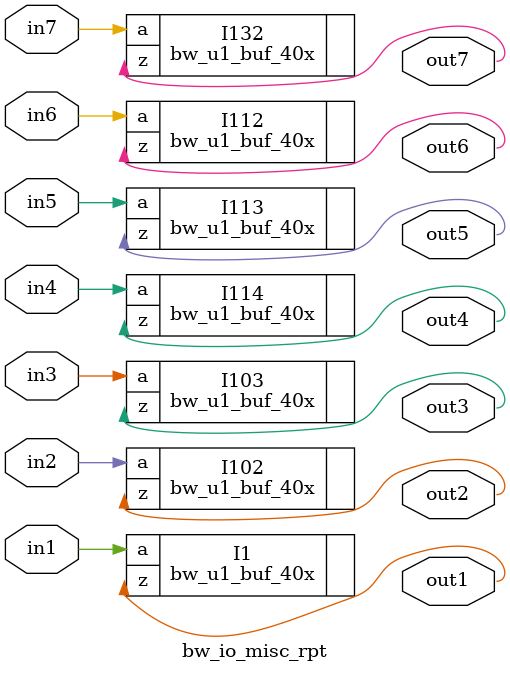
<source format=v>
module bw_io_misc_rpt(in2 ,out2 ,out3 ,out4 ,out5 ,out6 ,out7 ,in3 ,in4
      ,in5 ,in6 ,in7 ,in1 ,out1 );
output		out2 ;
output		out3 ;
output		out4 ;
output		out5 ;
output		out6 ;
output		out7 ;
output		out1 ;
input		in2 ;
input		in3 ;
input		in4 ;
input		in5 ;
input		in6 ;
input		in7 ;
input		in1 ;
 
 
 
bw_u1_buf_40x I1 (
     .z               (out1 ),
     .a               (in1 ) );
bw_u1_buf_40x I132 (
     .z               (out7 ),
     .a               (in7 ) );
bw_u1_buf_40x I102 (
     .z               (out2 ),
     .a               (in2 ) );
bw_u1_buf_40x I103 (
     .z               (out3 ),
     .a               (in3 ) );
bw_u1_buf_40x I112 (
     .z               (out6 ),
     .a               (in6 ) );
bw_u1_buf_40x I113 (
     .z               (out5 ),
     .a               (in5 ) );
bw_u1_buf_40x I114 (
     .z               (out4 ),
     .a               (in4 ) );
endmodule

</source>
